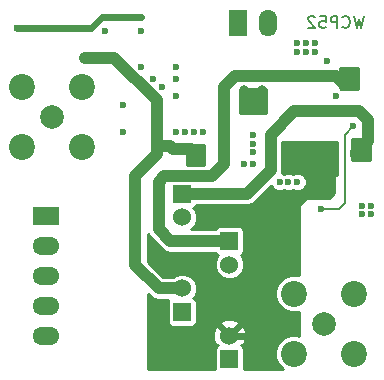
<source format=gbl>
G04 #@! TF.FileFunction,Copper,L4,Bot,Signal*
%FSLAX46Y46*%
G04 Gerber Fmt 4.6, Leading zero omitted, Abs format (unit mm)*
G04 Created by KiCad (PCBNEW (2014-11-13 BZR 5275)-product) date Sun 16 Nov 2014 09:12:01 PM EST*
%MOMM*%
G01*
G04 APERTURE LIST*
%ADD10C,0.100000*%
%ADD11C,0.200000*%
%ADD12R,1.524000X2.286000*%
%ADD13O,1.524000X2.286000*%
%ADD14R,1.524000X1.524000*%
%ADD15C,1.524000*%
%ADD16C,2.000000*%
%ADD17C,2.200000*%
%ADD18R,2.286000X1.524000*%
%ADD19O,2.286000X1.524000*%
%ADD20C,0.600000*%
%ADD21C,0.800000*%
%ADD22C,1.000000*%
%ADD23C,0.600000*%
%ADD24C,0.800000*%
%ADD25C,0.254000*%
G04 APERTURE END LIST*
D10*
D11*
X166380952Y-83952381D02*
X166142857Y-84952381D01*
X165952380Y-84238095D01*
X165761904Y-84952381D01*
X165523809Y-83952381D01*
X164571428Y-84857143D02*
X164619047Y-84904762D01*
X164761904Y-84952381D01*
X164857142Y-84952381D01*
X165000000Y-84904762D01*
X165095238Y-84809524D01*
X165142857Y-84714286D01*
X165190476Y-84523810D01*
X165190476Y-84380952D01*
X165142857Y-84190476D01*
X165095238Y-84095238D01*
X165000000Y-84000000D01*
X164857142Y-83952381D01*
X164761904Y-83952381D01*
X164619047Y-84000000D01*
X164571428Y-84047619D01*
X164142857Y-84952381D02*
X164142857Y-83952381D01*
X163761904Y-83952381D01*
X163666666Y-84000000D01*
X163619047Y-84047619D01*
X163571428Y-84142857D01*
X163571428Y-84285714D01*
X163619047Y-84380952D01*
X163666666Y-84428571D01*
X163761904Y-84476190D01*
X164142857Y-84476190D01*
X162666666Y-83952381D02*
X163142857Y-83952381D01*
X163190476Y-84428571D01*
X163142857Y-84380952D01*
X163047619Y-84333333D01*
X162809523Y-84333333D01*
X162714285Y-84380952D01*
X162666666Y-84428571D01*
X162619047Y-84523810D01*
X162619047Y-84761905D01*
X162666666Y-84857143D01*
X162714285Y-84904762D01*
X162809523Y-84952381D01*
X163047619Y-84952381D01*
X163142857Y-84904762D01*
X163190476Y-84857143D01*
X162238095Y-84047619D02*
X162190476Y-84000000D01*
X162095238Y-83952381D01*
X161857142Y-83952381D01*
X161761904Y-84000000D01*
X161714285Y-84047619D01*
X161666666Y-84142857D01*
X161666666Y-84238095D01*
X161714285Y-84380952D01*
X162285714Y-84952381D01*
X161666666Y-84952381D01*
D12*
X155730000Y-84500000D03*
D13*
X158270000Y-84500000D03*
D14*
X155000000Y-102999240D03*
D15*
X155000000Y-105000760D03*
D14*
X151000000Y-109000760D03*
D15*
X151000000Y-106999240D03*
D14*
X151000000Y-98999240D03*
D15*
X151000000Y-101000760D03*
D14*
X155000000Y-113000760D03*
D15*
X155000000Y-110999240D03*
D16*
X140000000Y-92500000D03*
D17*
X137450000Y-89950000D03*
X142550000Y-89950000D03*
X137450000Y-95050000D03*
X142550000Y-95050000D03*
D16*
X163000000Y-110000000D03*
D17*
X160450000Y-107450000D03*
X165550000Y-107450000D03*
X160450000Y-112550000D03*
X165550000Y-112550000D03*
D18*
X139500000Y-100920000D03*
D19*
X139500000Y-103460000D03*
X139500000Y-106000000D03*
X139500000Y-108540000D03*
X139500000Y-111080000D03*
D20*
X161500000Y-87000000D03*
X161500000Y-86250000D03*
X160750000Y-87000000D03*
X162250000Y-87000000D03*
X160750000Y-86250000D03*
X162250000Y-86250000D03*
X163250000Y-87750000D03*
X157000000Y-94750000D03*
X157000000Y-95500000D03*
X156250000Y-96500000D03*
X157000000Y-96500000D03*
X160000000Y-98000000D03*
X157000000Y-94000000D03*
X160750000Y-98000000D03*
X159250000Y-98000000D03*
X150500000Y-93750000D03*
X151250000Y-93750000D03*
X152000000Y-93750000D03*
X152750000Y-93750000D03*
X148500000Y-89250000D03*
X149250000Y-90000000D03*
X150500000Y-90750000D03*
X150500000Y-89250000D03*
X147500000Y-88250000D03*
X150500000Y-88250000D03*
X144500000Y-85250000D03*
X147500000Y-85250000D03*
X167000000Y-100000000D03*
X167000000Y-100750000D03*
X166250000Y-100750000D03*
X166250000Y-100000000D03*
X146000000Y-93750000D03*
X146000000Y-91500000D03*
D21*
X156250000Y-90250000D03*
X157000000Y-91000000D03*
X157750000Y-90250000D03*
X156250000Y-91750000D03*
X157750000Y-91750000D03*
D20*
X164000000Y-90750000D03*
X164750000Y-88750000D03*
X165500000Y-88750000D03*
X164750000Y-89750000D03*
X165500000Y-89750000D03*
X152500000Y-96250000D03*
X151750000Y-96250000D03*
X151750000Y-95250000D03*
X152500000Y-95250000D03*
X142750000Y-87500000D03*
X165750000Y-95750000D03*
X166500000Y-95750000D03*
X165750000Y-94750000D03*
X166500000Y-94750000D03*
D21*
X163000000Y-96000000D03*
X162250000Y-95500000D03*
X163750000Y-95500000D03*
X163750000Y-96500000D03*
X162250000Y-96500000D03*
D20*
X137000000Y-85000000D03*
X137000000Y-85000000D03*
X147500000Y-84000000D03*
X147500000Y-84000000D03*
X162759002Y-100250000D03*
X162759002Y-100250000D03*
X162759002Y-100250000D03*
X165500000Y-93250000D03*
X165500000Y-93250000D03*
D22*
X164000000Y-89000000D02*
X164750000Y-89750000D01*
X155500000Y-89000000D02*
X164000000Y-89000000D01*
X154500000Y-90000000D02*
X155500000Y-89000000D01*
X154500000Y-96500000D02*
X154500000Y-90000000D01*
X153500000Y-97500000D02*
X154500000Y-96500000D01*
X149500000Y-97500000D02*
X153500000Y-97500000D01*
X149000000Y-98000000D02*
X149500000Y-97500000D01*
X149000000Y-102000000D02*
X149000000Y-98000000D01*
X149999240Y-102999240D02*
X149000000Y-102000000D01*
X155000000Y-102999240D02*
X149999240Y-102999240D01*
X148999240Y-106999240D02*
X151000000Y-106999240D01*
X147000000Y-105000000D02*
X148999240Y-106999240D01*
X147000000Y-97500000D02*
X147000000Y-105000000D01*
X148836380Y-95663620D02*
X147000000Y-97500000D01*
X145250000Y-87500000D02*
X148836380Y-91086380D01*
X142750000Y-87500000D02*
X145250000Y-87500000D01*
X150250000Y-95250000D02*
X151750000Y-95250000D01*
X149936326Y-94936326D02*
X150250000Y-95250000D01*
X148836380Y-94936326D02*
X149936326Y-94936326D01*
X148836380Y-91086380D02*
X148836380Y-94936326D01*
X148836380Y-94936326D02*
X148836380Y-95663620D01*
X165750000Y-95500000D02*
X166500000Y-94750000D01*
X165750000Y-95750000D02*
X165750000Y-95500000D01*
X156500760Y-98999240D02*
X151000000Y-98999240D01*
X158500000Y-97000000D02*
X156500760Y-98999240D01*
X158500000Y-94000000D02*
X158500000Y-97000000D01*
X160500000Y-92000000D02*
X158500000Y-94000000D01*
X166000000Y-92000000D02*
X160500000Y-92000000D01*
X166750000Y-94500000D02*
X166750000Y-92750000D01*
X166750000Y-92750000D02*
X166000000Y-92000000D01*
X166500000Y-94750000D02*
X166750000Y-94500000D01*
D23*
X163000000Y-96000000D02*
X163000000Y-98500000D01*
X163000000Y-98500000D02*
X162500000Y-99000000D01*
X162500000Y-99000000D02*
X160500000Y-99000000D01*
X160500000Y-99000000D02*
X160000000Y-99500000D01*
X160000000Y-99500000D02*
X160000000Y-105000000D01*
X160000000Y-105000000D02*
X158500000Y-106500000D01*
X158500000Y-106500000D02*
X158500000Y-110000000D01*
X157500760Y-110999240D02*
X155000000Y-110999240D01*
X158500000Y-110000000D02*
X157500760Y-110999240D01*
D24*
X162750000Y-96000000D02*
X162250000Y-95500000D01*
X163000000Y-96000000D02*
X162750000Y-96000000D01*
X163250000Y-96000000D02*
X163750000Y-96500000D01*
X163000000Y-96000000D02*
X163250000Y-96000000D01*
X162750000Y-96000000D02*
X162250000Y-96500000D01*
X163000000Y-96000000D02*
X162750000Y-96000000D01*
D23*
X147500000Y-84000000D02*
X144250000Y-84000000D01*
X143250000Y-85000000D02*
X137000000Y-85000000D01*
X144250000Y-84000000D02*
X143250000Y-85000000D01*
D11*
X164750000Y-94000000D02*
X165500000Y-93250000D01*
X164750000Y-99750000D02*
X164750000Y-94000000D01*
X164250000Y-100250000D02*
X164750000Y-99750000D01*
X162759002Y-100250000D02*
X164250000Y-100250000D01*
D25*
G36*
X164123000Y-97373000D02*
X163873000Y-97373000D01*
X163873000Y-98947395D01*
X163447395Y-99373000D01*
X162000000Y-99373000D01*
X161447395Y-99373000D01*
X160873000Y-99947395D01*
X160873000Y-105918095D01*
X160765061Y-105873275D01*
X160137692Y-105872727D01*
X159557868Y-106112305D01*
X159113864Y-106555535D01*
X158873275Y-107134939D01*
X158872727Y-107762308D01*
X159112305Y-108342132D01*
X159555535Y-108786136D01*
X160134939Y-109026725D01*
X160762308Y-109027273D01*
X160873000Y-108981536D01*
X160873000Y-111018095D01*
X160765061Y-110973275D01*
X160137692Y-110972727D01*
X159557868Y-111212305D01*
X159113864Y-111655535D01*
X158873275Y-112234939D01*
X158872727Y-112862308D01*
X159112305Y-113442132D01*
X159542421Y-113873000D01*
X156409144Y-113873000D01*
X156232638Y-113873000D01*
X156239000Y-113857641D01*
X156239000Y-113667879D01*
X156239000Y-112143879D01*
X156166381Y-111968561D01*
X156032199Y-111834379D01*
X156002406Y-111822038D01*
X155980215Y-111799847D01*
X156222397Y-111730383D01*
X156409144Y-111206938D01*
X156381362Y-110651872D01*
X156222397Y-110268097D01*
X155980213Y-110198632D01*
X155800608Y-110378237D01*
X155800608Y-110019027D01*
X155731143Y-109776843D01*
X155207698Y-109590096D01*
X154652632Y-109617878D01*
X154268857Y-109776843D01*
X154199392Y-110019027D01*
X155000000Y-110819635D01*
X155800608Y-110019027D01*
X155800608Y-110378237D01*
X155179605Y-110999240D01*
X155193747Y-111013382D01*
X155014142Y-111192987D01*
X155000000Y-111178845D01*
X154985857Y-111192987D01*
X154820395Y-111027525D01*
X154806252Y-111013382D01*
X154820395Y-110999240D01*
X154019787Y-110198632D01*
X153777603Y-110268097D01*
X153590856Y-110791542D01*
X153618638Y-111346608D01*
X153777603Y-111730383D01*
X154019784Y-111799847D01*
X153997593Y-111822038D01*
X153967801Y-111834379D01*
X153833619Y-111968561D01*
X153761000Y-112143879D01*
X153761000Y-112333641D01*
X153761000Y-113857641D01*
X153767361Y-113873000D01*
X148127000Y-113873000D01*
X148127000Y-107508686D01*
X148308396Y-107690083D01*
X148308397Y-107690083D01*
X148625358Y-107901870D01*
X148999240Y-107976240D01*
X149830438Y-107976240D01*
X149761000Y-108143879D01*
X149761000Y-108333641D01*
X149761000Y-109857641D01*
X149833619Y-110032959D01*
X149967801Y-110167141D01*
X150143119Y-110239760D01*
X150332881Y-110239760D01*
X151856881Y-110239760D01*
X152032199Y-110167141D01*
X152166381Y-110032959D01*
X152239000Y-109857641D01*
X152239000Y-109667879D01*
X152239000Y-108143879D01*
X152166381Y-107968561D01*
X152032199Y-107834379D01*
X151950883Y-107800697D01*
X152049760Y-107701993D01*
X152238784Y-107246773D01*
X152239214Y-106753869D01*
X152050985Y-106298320D01*
X151702753Y-105949480D01*
X151247533Y-105760456D01*
X150754629Y-105760026D01*
X150299080Y-105948255D01*
X150224965Y-106022240D01*
X149403926Y-106022240D01*
X148127000Y-104745313D01*
X148127000Y-102418226D01*
X148309157Y-102690843D01*
X149308397Y-103690083D01*
X149625358Y-103901870D01*
X149625359Y-103901870D01*
X149999240Y-103976240D01*
X153810754Y-103976240D01*
X153833619Y-104031439D01*
X153967801Y-104165621D01*
X154049116Y-104199302D01*
X153950240Y-104298007D01*
X153761216Y-104753227D01*
X153760786Y-105246131D01*
X153949015Y-105701680D01*
X154297247Y-106050520D01*
X154752467Y-106239544D01*
X155245371Y-106239974D01*
X155700920Y-106051745D01*
X156049760Y-105703513D01*
X156238784Y-105248293D01*
X156239214Y-104755389D01*
X156050985Y-104299840D01*
X155950699Y-104199379D01*
X156032199Y-104165621D01*
X156166381Y-104031439D01*
X156239000Y-103856121D01*
X156239000Y-103666359D01*
X156239000Y-102142359D01*
X156166381Y-101967041D01*
X156032199Y-101832859D01*
X155856881Y-101760240D01*
X155667119Y-101760240D01*
X154143119Y-101760240D01*
X153967801Y-101832859D01*
X153833619Y-101967041D01*
X153810754Y-102022240D01*
X151730476Y-102022240D01*
X152049760Y-101703513D01*
X152238784Y-101248293D01*
X152239214Y-100755389D01*
X152050985Y-100299840D01*
X151950699Y-100199379D01*
X152032199Y-100165621D01*
X152166381Y-100031439D01*
X152189245Y-99976240D01*
X156500760Y-99976240D01*
X156874641Y-99901870D01*
X156874642Y-99901870D01*
X157191603Y-99690083D01*
X158547406Y-98334279D01*
X158590908Y-98439560D01*
X158809290Y-98658324D01*
X159094767Y-98776865D01*
X159403877Y-98777134D01*
X159625191Y-98685688D01*
X159844767Y-98776865D01*
X160153877Y-98777134D01*
X160375191Y-98685688D01*
X160594767Y-98776865D01*
X160903877Y-98777134D01*
X161189560Y-98659092D01*
X161408324Y-98440710D01*
X161526865Y-98155233D01*
X161527134Y-97846123D01*
X161409092Y-97560440D01*
X161190710Y-97341676D01*
X160905233Y-97223135D01*
X160596123Y-97222866D01*
X160374808Y-97314311D01*
X160155233Y-97223135D01*
X159846123Y-97222866D01*
X159624808Y-97314311D01*
X159430526Y-97233637D01*
X159476999Y-97000000D01*
X159477000Y-97000000D01*
X159477000Y-94627000D01*
X164123000Y-94627000D01*
X164123000Y-97373000D01*
X164123000Y-97373000D01*
G37*
X164123000Y-97373000D02*
X163873000Y-97373000D01*
X163873000Y-98947395D01*
X163447395Y-99373000D01*
X162000000Y-99373000D01*
X161447395Y-99373000D01*
X160873000Y-99947395D01*
X160873000Y-105918095D01*
X160765061Y-105873275D01*
X160137692Y-105872727D01*
X159557868Y-106112305D01*
X159113864Y-106555535D01*
X158873275Y-107134939D01*
X158872727Y-107762308D01*
X159112305Y-108342132D01*
X159555535Y-108786136D01*
X160134939Y-109026725D01*
X160762308Y-109027273D01*
X160873000Y-108981536D01*
X160873000Y-111018095D01*
X160765061Y-110973275D01*
X160137692Y-110972727D01*
X159557868Y-111212305D01*
X159113864Y-111655535D01*
X158873275Y-112234939D01*
X158872727Y-112862308D01*
X159112305Y-113442132D01*
X159542421Y-113873000D01*
X156409144Y-113873000D01*
X156232638Y-113873000D01*
X156239000Y-113857641D01*
X156239000Y-113667879D01*
X156239000Y-112143879D01*
X156166381Y-111968561D01*
X156032199Y-111834379D01*
X156002406Y-111822038D01*
X155980215Y-111799847D01*
X156222397Y-111730383D01*
X156409144Y-111206938D01*
X156381362Y-110651872D01*
X156222397Y-110268097D01*
X155980213Y-110198632D01*
X155800608Y-110378237D01*
X155800608Y-110019027D01*
X155731143Y-109776843D01*
X155207698Y-109590096D01*
X154652632Y-109617878D01*
X154268857Y-109776843D01*
X154199392Y-110019027D01*
X155000000Y-110819635D01*
X155800608Y-110019027D01*
X155800608Y-110378237D01*
X155179605Y-110999240D01*
X155193747Y-111013382D01*
X155014142Y-111192987D01*
X155000000Y-111178845D01*
X154985857Y-111192987D01*
X154820395Y-111027525D01*
X154806252Y-111013382D01*
X154820395Y-110999240D01*
X154019787Y-110198632D01*
X153777603Y-110268097D01*
X153590856Y-110791542D01*
X153618638Y-111346608D01*
X153777603Y-111730383D01*
X154019784Y-111799847D01*
X153997593Y-111822038D01*
X153967801Y-111834379D01*
X153833619Y-111968561D01*
X153761000Y-112143879D01*
X153761000Y-112333641D01*
X153761000Y-113857641D01*
X153767361Y-113873000D01*
X148127000Y-113873000D01*
X148127000Y-107508686D01*
X148308396Y-107690083D01*
X148308397Y-107690083D01*
X148625358Y-107901870D01*
X148999240Y-107976240D01*
X149830438Y-107976240D01*
X149761000Y-108143879D01*
X149761000Y-108333641D01*
X149761000Y-109857641D01*
X149833619Y-110032959D01*
X149967801Y-110167141D01*
X150143119Y-110239760D01*
X150332881Y-110239760D01*
X151856881Y-110239760D01*
X152032199Y-110167141D01*
X152166381Y-110032959D01*
X152239000Y-109857641D01*
X152239000Y-109667879D01*
X152239000Y-108143879D01*
X152166381Y-107968561D01*
X152032199Y-107834379D01*
X151950883Y-107800697D01*
X152049760Y-107701993D01*
X152238784Y-107246773D01*
X152239214Y-106753869D01*
X152050985Y-106298320D01*
X151702753Y-105949480D01*
X151247533Y-105760456D01*
X150754629Y-105760026D01*
X150299080Y-105948255D01*
X150224965Y-106022240D01*
X149403926Y-106022240D01*
X148127000Y-104745313D01*
X148127000Y-102418226D01*
X148309157Y-102690843D01*
X149308397Y-103690083D01*
X149625358Y-103901870D01*
X149625359Y-103901870D01*
X149999240Y-103976240D01*
X153810754Y-103976240D01*
X153833619Y-104031439D01*
X153967801Y-104165621D01*
X154049116Y-104199302D01*
X153950240Y-104298007D01*
X153761216Y-104753227D01*
X153760786Y-105246131D01*
X153949015Y-105701680D01*
X154297247Y-106050520D01*
X154752467Y-106239544D01*
X155245371Y-106239974D01*
X155700920Y-106051745D01*
X156049760Y-105703513D01*
X156238784Y-105248293D01*
X156239214Y-104755389D01*
X156050985Y-104299840D01*
X155950699Y-104199379D01*
X156032199Y-104165621D01*
X156166381Y-104031439D01*
X156239000Y-103856121D01*
X156239000Y-103666359D01*
X156239000Y-102142359D01*
X156166381Y-101967041D01*
X156032199Y-101832859D01*
X155856881Y-101760240D01*
X155667119Y-101760240D01*
X154143119Y-101760240D01*
X153967801Y-101832859D01*
X153833619Y-101967041D01*
X153810754Y-102022240D01*
X151730476Y-102022240D01*
X152049760Y-101703513D01*
X152238784Y-101248293D01*
X152239214Y-100755389D01*
X152050985Y-100299840D01*
X151950699Y-100199379D01*
X152032199Y-100165621D01*
X152166381Y-100031439D01*
X152189245Y-99976240D01*
X156500760Y-99976240D01*
X156874641Y-99901870D01*
X156874642Y-99901870D01*
X157191603Y-99690083D01*
X158547406Y-98334279D01*
X158590908Y-98439560D01*
X158809290Y-98658324D01*
X159094767Y-98776865D01*
X159403877Y-98777134D01*
X159625191Y-98685688D01*
X159844767Y-98776865D01*
X160153877Y-98777134D01*
X160375191Y-98685688D01*
X160594767Y-98776865D01*
X160903877Y-98777134D01*
X161189560Y-98659092D01*
X161408324Y-98440710D01*
X161526865Y-98155233D01*
X161527134Y-97846123D01*
X161409092Y-97560440D01*
X161190710Y-97341676D01*
X160905233Y-97223135D01*
X160596123Y-97222866D01*
X160374808Y-97314311D01*
X160155233Y-97223135D01*
X159846123Y-97222866D01*
X159624808Y-97314311D01*
X159430526Y-97233637D01*
X159476999Y-97000000D01*
X159477000Y-97000000D01*
X159477000Y-94627000D01*
X164123000Y-94627000D01*
X164123000Y-97373000D01*
G36*
X166873000Y-96123000D02*
X165377000Y-96123000D01*
X165377000Y-94377000D01*
X166873000Y-94377000D01*
X166873000Y-96123000D01*
X166873000Y-96123000D01*
G37*
X166873000Y-96123000D02*
X165377000Y-96123000D01*
X165377000Y-94377000D01*
X166873000Y-94377000D01*
X166873000Y-96123000D01*
G36*
X165873000Y-90123000D02*
X164471979Y-90123000D01*
X164440710Y-90091676D01*
X164377000Y-90065221D01*
X164377000Y-88377000D01*
X165873000Y-88377000D01*
X165873000Y-90123000D01*
X165873000Y-90123000D01*
G37*
X165873000Y-90123000D02*
X164471979Y-90123000D01*
X164440710Y-90091676D01*
X164377000Y-90065221D01*
X164377000Y-88377000D01*
X165873000Y-88377000D01*
X165873000Y-90123000D01*
G36*
X152873000Y-96523000D02*
X151377000Y-96523000D01*
X151377000Y-94877000D01*
X152873000Y-94877000D01*
X152873000Y-96523000D01*
X152873000Y-96523000D01*
G37*
X152873000Y-96523000D02*
X151377000Y-96523000D01*
X151377000Y-94877000D01*
X152873000Y-94877000D01*
X152873000Y-96523000D01*
G36*
X158123000Y-92123000D02*
X155877000Y-92123000D01*
X155877000Y-90228132D01*
X155970132Y-90135000D01*
X158123000Y-90135000D01*
X158123000Y-92123000D01*
X158123000Y-92123000D01*
G37*
X158123000Y-92123000D02*
X155877000Y-92123000D01*
X155877000Y-90228132D01*
X155970132Y-90135000D01*
X158123000Y-90135000D01*
X158123000Y-92123000D01*
M02*

</source>
